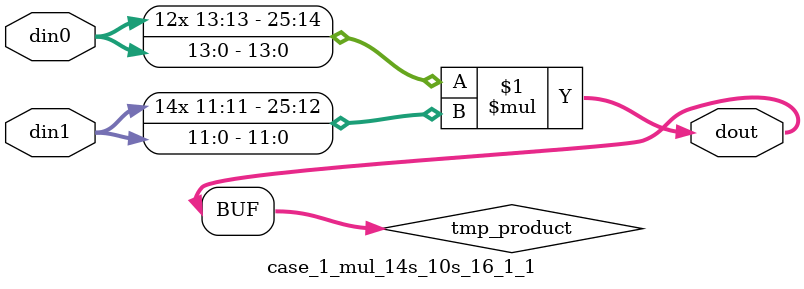
<source format=v>

`timescale 1 ns / 1 ps

 module case_1_mul_14s_10s_16_1_1(din0, din1, dout);
parameter ID = 1;
parameter NUM_STAGE = 0;
parameter din0_WIDTH = 14;
parameter din1_WIDTH = 12;
parameter dout_WIDTH = 26;

input [din0_WIDTH - 1 : 0] din0; 
input [din1_WIDTH - 1 : 0] din1; 
output [dout_WIDTH - 1 : 0] dout;

wire signed [dout_WIDTH - 1 : 0] tmp_product;



























assign tmp_product = $signed(din0) * $signed(din1);








assign dout = tmp_product;





















endmodule

</source>
